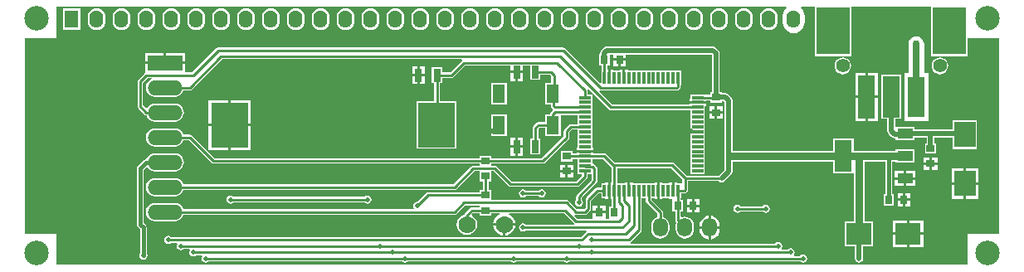
<source format=gtl>
G04*
G04 #@! TF.GenerationSoftware,Altium Limited,Altium Designer,20.0.2 (26)*
G04*
G04 Layer_Physical_Order=1*
G04 Layer_Color=255*
%FSLAX24Y24*%
%MOIN*%
G70*
G01*
G75*
%ADD15C,0.0100*%
%ADD16C,0.0300*%
%ADD42R,0.0310X0.0340*%
%ADD43R,0.1360X0.1900*%
%ADD44R,0.0650X0.1600*%
%ADD45R,0.0700X0.1650*%
%ADD46R,0.0700X0.1750*%
%ADD47O,0.1400X0.0600*%
%ADD48R,0.1400X0.0600*%
%ADD49R,0.1500X0.1800*%
%ADD50R,0.0472X0.0118*%
%ADD51R,0.0118X0.0472*%
%ADD52R,0.0709X0.1299*%
%ADD53R,0.0630X0.0394*%
%ADD54R,0.0310X0.0520*%
%ADD55R,0.0512X0.0748*%
%ADD56R,0.0340X0.0310*%
%ADD57R,0.1024X0.0866*%
%ADD58R,0.0866X0.1024*%
%ADD59C,0.0200*%
%ADD60C,0.0250*%
%ADD61C,0.0150*%
%ADD62O,0.0550X0.0700*%
%ADD63R,0.0550X0.0700*%
%ADD64C,0.0550*%
%ADD65C,0.0700*%
%ADD66O,0.0600X0.0750*%
%ADD67C,0.0984*%
%ADD68C,0.0200*%
%ADD69C,0.0300*%
G36*
X36515Y8515D02*
X37995D01*
Y9202D01*
X38000Y9250D01*
X39250D01*
Y1375D01*
X38000D01*
Y125D01*
X1375D01*
Y1375D01*
X125D01*
Y9250D01*
X1375D01*
Y10500D01*
X30697D01*
X30713Y10453D01*
X30691Y10435D01*
X30621Y10344D01*
X30577Y10239D01*
X30562Y10125D01*
Y9875D01*
X30577Y9762D01*
X30621Y9656D01*
X30691Y9565D01*
X30782Y9495D01*
X30887Y9451D01*
X31001Y9436D01*
X31115Y9451D01*
X31220Y9495D01*
X31311Y9565D01*
X31381Y9656D01*
X31425Y9762D01*
X31440Y9875D01*
Y10125D01*
X31425Y10239D01*
X31381Y10344D01*
X31311Y10435D01*
X31289Y10453D01*
X31305Y10500D01*
X31855D01*
Y8515D01*
X33335D01*
Y10500D01*
X36515D01*
Y8515D01*
D02*
G37*
%LPC*%
G36*
X2360Y10435D02*
X1640D01*
Y9565D01*
X2360D01*
Y10435D01*
D02*
G37*
G36*
X17001Y10438D02*
X16907Y10426D01*
X16819Y10390D01*
X16744Y10332D01*
X16687Y10257D01*
X16650Y10169D01*
X16638Y10075D01*
Y9925D01*
X16650Y9831D01*
X16687Y9744D01*
X16744Y9668D01*
X16819Y9611D01*
X16907Y9574D01*
X17001Y9562D01*
X17095Y9574D01*
X17183Y9611D01*
X17258Y9668D01*
X17316Y9744D01*
X17352Y9831D01*
X17364Y9925D01*
Y10075D01*
X17352Y10169D01*
X17316Y10257D01*
X17258Y10332D01*
X17183Y10390D01*
X17095Y10426D01*
X17001Y10438D01*
D02*
G37*
G36*
X30001Y10438D02*
X29907Y10426D01*
X29820Y10390D01*
X29744Y10332D01*
X29687Y10257D01*
X29650Y10169D01*
X29638Y10075D01*
Y9925D01*
X29650Y9831D01*
X29687Y9744D01*
X29744Y9668D01*
X29820Y9611D01*
X29907Y9574D01*
X30001Y9562D01*
X30095Y9574D01*
X30183Y9611D01*
X30258Y9668D01*
X30316Y9744D01*
X30352Y9831D01*
X30364Y9925D01*
Y10075D01*
X30352Y10169D01*
X30316Y10257D01*
X30258Y10332D01*
X30183Y10390D01*
X30095Y10426D01*
X30001Y10438D01*
D02*
G37*
G36*
X29001D02*
X28907Y10426D01*
X28819Y10390D01*
X28744Y10332D01*
X28687Y10257D01*
X28650Y10169D01*
X28638Y10075D01*
Y9925D01*
X28650Y9831D01*
X28687Y9744D01*
X28744Y9668D01*
X28819Y9611D01*
X28907Y9574D01*
X29001Y9562D01*
X29095Y9574D01*
X29183Y9611D01*
X29258Y9668D01*
X29316Y9744D01*
X29352Y9831D01*
X29364Y9925D01*
Y10075D01*
X29352Y10169D01*
X29316Y10257D01*
X29258Y10332D01*
X29183Y10390D01*
X29095Y10426D01*
X29001Y10438D01*
D02*
G37*
G36*
X28001D02*
X27907Y10426D01*
X27819Y10390D01*
X27744Y10332D01*
X27687Y10257D01*
X27650Y10169D01*
X27638Y10075D01*
Y9925D01*
X27650Y9831D01*
X27687Y9744D01*
X27744Y9668D01*
X27819Y9611D01*
X27907Y9574D01*
X28001Y9562D01*
X28095Y9574D01*
X28183Y9611D01*
X28258Y9668D01*
X28316Y9744D01*
X28352Y9831D01*
X28364Y9925D01*
Y10075D01*
X28352Y10169D01*
X28316Y10257D01*
X28258Y10332D01*
X28183Y10390D01*
X28095Y10426D01*
X28001Y10438D01*
D02*
G37*
G36*
X27001D02*
X26907Y10426D01*
X26820Y10390D01*
X26744Y10332D01*
X26687Y10257D01*
X26650Y10169D01*
X26638Y10075D01*
Y9925D01*
X26650Y9831D01*
X26687Y9744D01*
X26744Y9668D01*
X26820Y9611D01*
X26907Y9574D01*
X27001Y9562D01*
X27095Y9574D01*
X27183Y9611D01*
X27258Y9668D01*
X27316Y9744D01*
X27352Y9831D01*
X27364Y9925D01*
Y10075D01*
X27352Y10169D01*
X27316Y10257D01*
X27258Y10332D01*
X27183Y10390D01*
X27095Y10426D01*
X27001Y10438D01*
D02*
G37*
G36*
X26001D02*
X25907Y10426D01*
X25819Y10390D01*
X25744Y10332D01*
X25687Y10257D01*
X25650Y10169D01*
X25638Y10075D01*
Y9925D01*
X25650Y9831D01*
X25687Y9744D01*
X25744Y9668D01*
X25819Y9611D01*
X25907Y9574D01*
X26001Y9562D01*
X26095Y9574D01*
X26183Y9611D01*
X26258Y9668D01*
X26316Y9744D01*
X26352Y9831D01*
X26364Y9925D01*
Y10075D01*
X26352Y10169D01*
X26316Y10257D01*
X26258Y10332D01*
X26183Y10390D01*
X26095Y10426D01*
X26001Y10438D01*
D02*
G37*
G36*
X25001D02*
X24907Y10426D01*
X24820Y10390D01*
X24744Y10332D01*
X24687Y10257D01*
X24650Y10169D01*
X24638Y10075D01*
Y9925D01*
X24650Y9831D01*
X24687Y9744D01*
X24744Y9668D01*
X24820Y9611D01*
X24907Y9574D01*
X25001Y9562D01*
X25095Y9574D01*
X25183Y9611D01*
X25258Y9668D01*
X25316Y9744D01*
X25352Y9831D01*
X25364Y9925D01*
Y10075D01*
X25352Y10169D01*
X25316Y10257D01*
X25258Y10332D01*
X25183Y10390D01*
X25095Y10426D01*
X25001Y10438D01*
D02*
G37*
G36*
X24001D02*
X23907Y10426D01*
X23819Y10390D01*
X23744Y10332D01*
X23687Y10257D01*
X23650Y10169D01*
X23638Y10075D01*
Y9925D01*
X23650Y9831D01*
X23687Y9744D01*
X23744Y9668D01*
X23819Y9611D01*
X23907Y9574D01*
X24001Y9562D01*
X24095Y9574D01*
X24183Y9611D01*
X24258Y9668D01*
X24316Y9744D01*
X24352Y9831D01*
X24364Y9925D01*
Y10075D01*
X24352Y10169D01*
X24316Y10257D01*
X24258Y10332D01*
X24183Y10390D01*
X24095Y10426D01*
X24001Y10438D01*
D02*
G37*
G36*
X23001D02*
X22907Y10426D01*
X22819Y10390D01*
X22744Y10332D01*
X22687Y10257D01*
X22650Y10169D01*
X22638Y10075D01*
Y9925D01*
X22650Y9831D01*
X22687Y9744D01*
X22744Y9668D01*
X22819Y9611D01*
X22907Y9574D01*
X23001Y9562D01*
X23095Y9574D01*
X23183Y9611D01*
X23258Y9668D01*
X23316Y9744D01*
X23352Y9831D01*
X23364Y9925D01*
Y10075D01*
X23352Y10169D01*
X23316Y10257D01*
X23258Y10332D01*
X23183Y10390D01*
X23095Y10426D01*
X23001Y10438D01*
D02*
G37*
G36*
X22001D02*
X21907Y10426D01*
X21820Y10390D01*
X21744Y10332D01*
X21687Y10257D01*
X21650Y10169D01*
X21638Y10075D01*
Y9925D01*
X21650Y9831D01*
X21687Y9744D01*
X21744Y9668D01*
X21820Y9611D01*
X21907Y9574D01*
X22001Y9562D01*
X22095Y9574D01*
X22183Y9611D01*
X22258Y9668D01*
X22316Y9744D01*
X22352Y9831D01*
X22364Y9925D01*
Y10075D01*
X22352Y10169D01*
X22316Y10257D01*
X22258Y10332D01*
X22183Y10390D01*
X22095Y10426D01*
X22001Y10438D01*
D02*
G37*
G36*
X21001D02*
X20907Y10426D01*
X20819Y10390D01*
X20744Y10332D01*
X20687Y10257D01*
X20650Y10169D01*
X20638Y10075D01*
Y9925D01*
X20650Y9831D01*
X20687Y9744D01*
X20744Y9668D01*
X20819Y9611D01*
X20907Y9574D01*
X21001Y9562D01*
X21095Y9574D01*
X21183Y9611D01*
X21258Y9668D01*
X21316Y9744D01*
X21352Y9831D01*
X21364Y9925D01*
Y10075D01*
X21352Y10169D01*
X21316Y10257D01*
X21258Y10332D01*
X21183Y10390D01*
X21095Y10426D01*
X21001Y10438D01*
D02*
G37*
G36*
X20001D02*
X19907Y10426D01*
X19820Y10390D01*
X19744Y10332D01*
X19687Y10257D01*
X19650Y10169D01*
X19638Y10075D01*
Y9925D01*
X19650Y9831D01*
X19687Y9744D01*
X19744Y9668D01*
X19820Y9611D01*
X19907Y9574D01*
X20001Y9562D01*
X20095Y9574D01*
X20183Y9611D01*
X20258Y9668D01*
X20316Y9744D01*
X20352Y9831D01*
X20364Y9925D01*
Y10075D01*
X20352Y10169D01*
X20316Y10257D01*
X20258Y10332D01*
X20183Y10390D01*
X20095Y10426D01*
X20001Y10438D01*
D02*
G37*
G36*
X19001D02*
X18907Y10426D01*
X18820Y10390D01*
X18744Y10332D01*
X18687Y10257D01*
X18650Y10169D01*
X18638Y10075D01*
Y9925D01*
X18650Y9831D01*
X18687Y9744D01*
X18744Y9668D01*
X18820Y9611D01*
X18907Y9574D01*
X19001Y9562D01*
X19095Y9574D01*
X19183Y9611D01*
X19258Y9668D01*
X19316Y9744D01*
X19352Y9831D01*
X19364Y9925D01*
Y10075D01*
X19352Y10169D01*
X19316Y10257D01*
X19258Y10332D01*
X19183Y10390D01*
X19095Y10426D01*
X19001Y10438D01*
D02*
G37*
G36*
X18001D02*
X17907Y10426D01*
X17819Y10390D01*
X17744Y10332D01*
X17687Y10257D01*
X17650Y10169D01*
X17638Y10075D01*
Y9925D01*
X17650Y9831D01*
X17687Y9744D01*
X17744Y9668D01*
X17819Y9611D01*
X17907Y9574D01*
X18001Y9562D01*
X18095Y9574D01*
X18183Y9611D01*
X18258Y9668D01*
X18316Y9744D01*
X18352Y9831D01*
X18364Y9925D01*
Y10075D01*
X18352Y10169D01*
X18316Y10257D01*
X18258Y10332D01*
X18183Y10390D01*
X18095Y10426D01*
X18001Y10438D01*
D02*
G37*
G36*
X16000Y10438D02*
X15906Y10426D01*
X15818Y10389D01*
X15743Y10332D01*
X15686Y10257D01*
X15649Y10169D01*
X15637Y10075D01*
Y9925D01*
X15649Y9831D01*
X15686Y9743D01*
X15743Y9668D01*
X15818Y9611D01*
X15906Y9574D01*
X16000Y9562D01*
X16094Y9574D01*
X16182Y9611D01*
X16257Y9668D01*
X16314Y9743D01*
X16351Y9831D01*
X16363Y9925D01*
Y10075D01*
X16351Y10169D01*
X16314Y10257D01*
X16257Y10332D01*
X16182Y10389D01*
X16094Y10426D01*
X16000Y10438D01*
D02*
G37*
G36*
X15000D02*
X14906Y10426D01*
X14818Y10389D01*
X14743Y10332D01*
X14686Y10257D01*
X14649Y10169D01*
X14637Y10075D01*
Y9925D01*
X14649Y9831D01*
X14686Y9743D01*
X14743Y9668D01*
X14818Y9611D01*
X14906Y9574D01*
X15000Y9562D01*
X15094Y9574D01*
X15182Y9611D01*
X15257Y9668D01*
X15314Y9743D01*
X15351Y9831D01*
X15363Y9925D01*
Y10075D01*
X15351Y10169D01*
X15314Y10257D01*
X15257Y10332D01*
X15182Y10389D01*
X15094Y10426D01*
X15000Y10438D01*
D02*
G37*
G36*
X14000D02*
X13906Y10426D01*
X13818Y10389D01*
X13743Y10332D01*
X13686Y10257D01*
X13649Y10169D01*
X13637Y10075D01*
Y9925D01*
X13649Y9831D01*
X13686Y9743D01*
X13743Y9668D01*
X13818Y9611D01*
X13906Y9574D01*
X14000Y9562D01*
X14094Y9574D01*
X14182Y9611D01*
X14257Y9668D01*
X14314Y9743D01*
X14351Y9831D01*
X14363Y9925D01*
Y10075D01*
X14351Y10169D01*
X14314Y10257D01*
X14257Y10332D01*
X14182Y10389D01*
X14094Y10426D01*
X14000Y10438D01*
D02*
G37*
G36*
X13000D02*
X12906Y10426D01*
X12818Y10389D01*
X12743Y10332D01*
X12686Y10257D01*
X12649Y10169D01*
X12637Y10075D01*
Y9925D01*
X12649Y9831D01*
X12686Y9743D01*
X12743Y9668D01*
X12818Y9611D01*
X12906Y9574D01*
X13000Y9562D01*
X13094Y9574D01*
X13182Y9611D01*
X13257Y9668D01*
X13314Y9743D01*
X13351Y9831D01*
X13363Y9925D01*
Y10075D01*
X13351Y10169D01*
X13314Y10257D01*
X13257Y10332D01*
X13182Y10389D01*
X13094Y10426D01*
X13000Y10438D01*
D02*
G37*
G36*
X12000D02*
X11906Y10426D01*
X11818Y10389D01*
X11743Y10332D01*
X11686Y10257D01*
X11649Y10169D01*
X11637Y10075D01*
Y9925D01*
X11649Y9831D01*
X11686Y9743D01*
X11743Y9668D01*
X11818Y9611D01*
X11906Y9574D01*
X12000Y9562D01*
X12094Y9574D01*
X12182Y9611D01*
X12257Y9668D01*
X12314Y9743D01*
X12351Y9831D01*
X12363Y9925D01*
Y10075D01*
X12351Y10169D01*
X12314Y10257D01*
X12257Y10332D01*
X12182Y10389D01*
X12094Y10426D01*
X12000Y10438D01*
D02*
G37*
G36*
X11000D02*
X10906Y10426D01*
X10818Y10389D01*
X10743Y10332D01*
X10686Y10257D01*
X10649Y10169D01*
X10637Y10075D01*
Y9925D01*
X10649Y9831D01*
X10686Y9743D01*
X10743Y9668D01*
X10818Y9611D01*
X10906Y9574D01*
X11000Y9562D01*
X11094Y9574D01*
X11182Y9611D01*
X11257Y9668D01*
X11314Y9743D01*
X11351Y9831D01*
X11363Y9925D01*
Y10075D01*
X11351Y10169D01*
X11314Y10257D01*
X11257Y10332D01*
X11182Y10389D01*
X11094Y10426D01*
X11000Y10438D01*
D02*
G37*
G36*
X10000D02*
X9906Y10426D01*
X9818Y10389D01*
X9743Y10332D01*
X9686Y10257D01*
X9649Y10169D01*
X9637Y10075D01*
Y9925D01*
X9649Y9831D01*
X9686Y9743D01*
X9743Y9668D01*
X9818Y9611D01*
X9906Y9574D01*
X10000Y9562D01*
X10094Y9574D01*
X10182Y9611D01*
X10257Y9668D01*
X10314Y9743D01*
X10351Y9831D01*
X10363Y9925D01*
Y10075D01*
X10351Y10169D01*
X10314Y10257D01*
X10257Y10332D01*
X10182Y10389D01*
X10094Y10426D01*
X10000Y10438D01*
D02*
G37*
G36*
X9000D02*
X8906Y10426D01*
X8818Y10389D01*
X8743Y10332D01*
X8686Y10257D01*
X8649Y10169D01*
X8637Y10075D01*
Y9925D01*
X8649Y9831D01*
X8686Y9743D01*
X8743Y9668D01*
X8818Y9611D01*
X8906Y9574D01*
X9000Y9562D01*
X9094Y9574D01*
X9182Y9611D01*
X9257Y9668D01*
X9314Y9743D01*
X9351Y9831D01*
X9363Y9925D01*
Y10075D01*
X9351Y10169D01*
X9314Y10257D01*
X9257Y10332D01*
X9182Y10389D01*
X9094Y10426D01*
X9000Y10438D01*
D02*
G37*
G36*
X8000D02*
X7906Y10426D01*
X7818Y10389D01*
X7743Y10332D01*
X7686Y10257D01*
X7649Y10169D01*
X7637Y10075D01*
Y9925D01*
X7649Y9831D01*
X7686Y9743D01*
X7743Y9668D01*
X7818Y9611D01*
X7906Y9574D01*
X8000Y9562D01*
X8094Y9574D01*
X8182Y9611D01*
X8257Y9668D01*
X8314Y9743D01*
X8351Y9831D01*
X8363Y9925D01*
Y10075D01*
X8351Y10169D01*
X8314Y10257D01*
X8257Y10332D01*
X8182Y10389D01*
X8094Y10426D01*
X8000Y10438D01*
D02*
G37*
G36*
X7000D02*
X6906Y10426D01*
X6818Y10389D01*
X6743Y10332D01*
X6686Y10257D01*
X6649Y10169D01*
X6637Y10075D01*
Y9925D01*
X6649Y9831D01*
X6686Y9743D01*
X6743Y9668D01*
X6818Y9611D01*
X6906Y9574D01*
X7000Y9562D01*
X7094Y9574D01*
X7182Y9611D01*
X7257Y9668D01*
X7314Y9743D01*
X7351Y9831D01*
X7363Y9925D01*
Y10075D01*
X7351Y10169D01*
X7314Y10257D01*
X7257Y10332D01*
X7182Y10389D01*
X7094Y10426D01*
X7000Y10438D01*
D02*
G37*
G36*
X6000D02*
X5906Y10426D01*
X5818Y10389D01*
X5743Y10332D01*
X5686Y10257D01*
X5649Y10169D01*
X5637Y10075D01*
Y9925D01*
X5649Y9831D01*
X5686Y9743D01*
X5743Y9668D01*
X5818Y9611D01*
X5906Y9574D01*
X6000Y9562D01*
X6094Y9574D01*
X6182Y9611D01*
X6257Y9668D01*
X6314Y9743D01*
X6351Y9831D01*
X6363Y9925D01*
Y10075D01*
X6351Y10169D01*
X6314Y10257D01*
X6257Y10332D01*
X6182Y10389D01*
X6094Y10426D01*
X6000Y10438D01*
D02*
G37*
G36*
X5000D02*
X4906Y10426D01*
X4818Y10389D01*
X4743Y10332D01*
X4686Y10257D01*
X4649Y10169D01*
X4637Y10075D01*
Y9925D01*
X4649Y9831D01*
X4686Y9743D01*
X4743Y9668D01*
X4818Y9611D01*
X4906Y9574D01*
X5000Y9562D01*
X5094Y9574D01*
X5182Y9611D01*
X5257Y9668D01*
X5314Y9743D01*
X5351Y9831D01*
X5363Y9925D01*
Y10075D01*
X5351Y10169D01*
X5314Y10257D01*
X5257Y10332D01*
X5182Y10389D01*
X5094Y10426D01*
X5000Y10438D01*
D02*
G37*
G36*
X4000D02*
X3906Y10426D01*
X3818Y10389D01*
X3743Y10332D01*
X3686Y10257D01*
X3649Y10169D01*
X3637Y10075D01*
Y9925D01*
X3649Y9831D01*
X3686Y9743D01*
X3743Y9668D01*
X3818Y9611D01*
X3906Y9574D01*
X4000Y9562D01*
X4094Y9574D01*
X4182Y9611D01*
X4257Y9668D01*
X4314Y9743D01*
X4351Y9831D01*
X4363Y9925D01*
Y10075D01*
X4351Y10169D01*
X4314Y10257D01*
X4257Y10332D01*
X4182Y10389D01*
X4094Y10426D01*
X4000Y10438D01*
D02*
G37*
G36*
X3000D02*
X2906Y10426D01*
X2818Y10389D01*
X2743Y10332D01*
X2686Y10257D01*
X2649Y10169D01*
X2637Y10075D01*
Y9925D01*
X2649Y9831D01*
X2686Y9743D01*
X2743Y9668D01*
X2818Y9611D01*
X2906Y9574D01*
X3000Y9562D01*
X3094Y9574D01*
X3182Y9611D01*
X3257Y9668D01*
X3314Y9743D01*
X3351Y9831D01*
X3363Y9925D01*
Y10075D01*
X3351Y10169D01*
X3314Y10257D01*
X3257Y10332D01*
X3182Y10389D01*
X3094Y10426D01*
X3000Y10438D01*
D02*
G37*
G36*
X6550Y8650D02*
X5800D01*
Y8300D01*
X6550D01*
Y8650D01*
D02*
G37*
G36*
X5700D02*
X4950D01*
Y8300D01*
X5700D01*
Y8650D01*
D02*
G37*
G36*
X16185Y8110D02*
X15980D01*
Y7800D01*
X16185D01*
Y8110D01*
D02*
G37*
G36*
X15880D02*
X15675D01*
Y7800D01*
X15880D01*
Y8110D01*
D02*
G37*
G36*
X36875Y8463D02*
X36788Y8451D01*
X36706Y8418D01*
X36636Y8364D01*
X36582Y8294D01*
X36549Y8212D01*
X36537Y8125D01*
X36549Y8038D01*
X36582Y7956D01*
X36636Y7886D01*
X36706Y7832D01*
X36788Y7799D01*
X36875Y7787D01*
X36962Y7799D01*
X37044Y7832D01*
X37114Y7886D01*
X37168Y7956D01*
X37201Y8038D01*
X37213Y8125D01*
X37201Y8212D01*
X37168Y8294D01*
X37114Y8364D01*
X37044Y8418D01*
X36962Y8451D01*
X36875Y8463D01*
D02*
G37*
G36*
X32975D02*
X32888Y8451D01*
X32806Y8418D01*
X32736Y8364D01*
X32682Y8294D01*
X32649Y8212D01*
X32637Y8125D01*
X32649Y8038D01*
X32682Y7956D01*
X32736Y7886D01*
X32806Y7832D01*
X32888Y7799D01*
X32975Y7787D01*
X33062Y7799D01*
X33144Y7832D01*
X33214Y7886D01*
X33268Y7956D01*
X33301Y8038D01*
X33313Y8125D01*
X33301Y8212D01*
X33268Y8294D01*
X33214Y8364D01*
X33144Y8418D01*
X33062Y8451D01*
X32975Y8463D01*
D02*
G37*
G36*
X20135Y7825D02*
X19930D01*
Y7515D01*
X20135D01*
Y7825D01*
D02*
G37*
G36*
X19830D02*
X19625D01*
Y7515D01*
X19830D01*
Y7825D01*
D02*
G37*
G36*
X27750Y8913D02*
X23500D01*
X23438Y8901D01*
X23385Y8865D01*
X23280Y8760D01*
X23244Y8707D01*
X23232Y8645D01*
Y8605D01*
X23180D01*
Y8145D01*
X23286D01*
Y7935D01*
X23280D01*
Y7444D01*
X23233Y7425D01*
X21829Y8829D01*
X21793Y8854D01*
X21750Y8862D01*
X21750Y8862D01*
X7875Y8862D01*
X7875Y8862D01*
X7832Y8854D01*
X7796Y8829D01*
X7796Y8829D01*
X6829Y7862D01*
X6550D01*
Y8200D01*
X5750D01*
X4950D01*
Y7850D01*
X4921Y7829D01*
X4921Y7829D01*
X4912Y7821D01*
X4671Y7579D01*
X4646Y7543D01*
X4638Y7500D01*
X4638Y7500D01*
Y6500D01*
X4638Y6500D01*
X4646Y6457D01*
X4671Y6421D01*
X4921Y6171D01*
X4921Y6171D01*
X4957Y6146D01*
X5000Y6138D01*
X5007D01*
X5036Y6068D01*
X5093Y5993D01*
X5168Y5936D01*
X5256Y5899D01*
X5350Y5887D01*
X6150D01*
X6244Y5899D01*
X6332Y5936D01*
X6407Y5993D01*
X6464Y6068D01*
X6501Y6156D01*
X6513Y6250D01*
X6501Y6344D01*
X6464Y6432D01*
X6407Y6507D01*
X6332Y6564D01*
X6244Y6601D01*
X6150Y6613D01*
X5350D01*
X5256Y6601D01*
X5168Y6564D01*
X5093Y6507D01*
X5041Y6438D01*
X5007Y6426D01*
X4987Y6422D01*
X4862Y6546D01*
Y7454D01*
X5046Y7638D01*
X5215D01*
X5225Y7588D01*
X5168Y7564D01*
X5093Y7507D01*
X5036Y7432D01*
X4999Y7344D01*
X4987Y7250D01*
X4999Y7156D01*
X5036Y7068D01*
X5093Y6993D01*
X5168Y6936D01*
X5256Y6899D01*
X5350Y6887D01*
X6150D01*
X6244Y6899D01*
X6332Y6936D01*
X6407Y6993D01*
X6464Y7068D01*
X6493Y7138D01*
X6750D01*
X6750Y7138D01*
X6793Y7146D01*
X6829Y7171D01*
X8046Y8388D01*
X17668Y8388D01*
X17683Y8338D01*
X17671Y8329D01*
X17671Y8329D01*
X17204Y7862D01*
X16885D01*
Y8070D01*
X16455D01*
Y7430D01*
X16558D01*
Y6710D01*
X15840D01*
Y4790D01*
X17460D01*
Y6710D01*
X16782D01*
Y7430D01*
X16885D01*
Y7638D01*
X17250D01*
X17250Y7638D01*
X17293Y7646D01*
X17329Y7671D01*
X17796Y8138D01*
X19625D01*
Y7925D01*
X19880D01*
X20135D01*
Y8138D01*
X20405D01*
Y7555D01*
X20835D01*
Y7763D01*
X21204D01*
X21263Y7704D01*
Y7439D01*
X21017D01*
Y6571D01*
X21247D01*
Y6516D01*
X21247Y6516D01*
X21255Y6473D01*
X21279Y6437D01*
X21325Y6392D01*
X21330Y6373D01*
X21330Y6346D01*
X21325Y6327D01*
X21253Y6255D01*
X21229Y6219D01*
X21221Y6179D01*
X21017D01*
Y5857D01*
X20745D01*
X20702Y5849D01*
X20666Y5824D01*
X20666Y5824D01*
X20546Y5704D01*
X20521Y5668D01*
X20513Y5625D01*
X20513Y5625D01*
Y5195D01*
X20405D01*
Y4555D01*
X20835D01*
Y5195D01*
X20737D01*
Y5579D01*
X20792Y5633D01*
X21017D01*
Y5311D01*
X21649D01*
Y6149D01*
X22315D01*
Y5782D01*
X22045D01*
X22002Y5774D01*
X21966Y5750D01*
X21966Y5750D01*
X21796Y5579D01*
X21771Y5543D01*
X21763Y5500D01*
X21763Y5500D01*
Y5296D01*
X20884Y4417D01*
X18855D01*
Y4520D01*
X18395D01*
Y4417D01*
X7741D01*
X6829Y5329D01*
X6793Y5354D01*
X6750Y5362D01*
X6750Y5362D01*
X6493D01*
X6464Y5432D01*
X6407Y5507D01*
X6332Y5564D01*
X6244Y5601D01*
X6150Y5613D01*
X5350D01*
X5256Y5601D01*
X5168Y5564D01*
X5093Y5507D01*
X5036Y5432D01*
X4999Y5344D01*
X4987Y5250D01*
X4999Y5156D01*
X5036Y5068D01*
X5093Y4993D01*
X5168Y4936D01*
X5256Y4899D01*
X5350Y4887D01*
X6150D01*
X6244Y4899D01*
X6332Y4936D01*
X6407Y4993D01*
X6464Y5068D01*
X6493Y5138D01*
X6704D01*
X7616Y4226D01*
X7616Y4226D01*
X7652Y4201D01*
X7695Y4193D01*
X7695Y4193D01*
X18395D01*
Y4112D01*
X18125D01*
X18082Y4104D01*
X18046Y4079D01*
X18046Y4079D01*
X17329Y3362D01*
X6493D01*
X6464Y3432D01*
X6407Y3507D01*
X6332Y3564D01*
X6244Y3601D01*
X6150Y3613D01*
X5350D01*
X5256Y3601D01*
X5168Y3564D01*
X5093Y3507D01*
X5036Y3432D01*
X4999Y3344D01*
X4987Y3250D01*
X4999Y3156D01*
X5036Y3068D01*
X5093Y2993D01*
X5168Y2936D01*
X5256Y2899D01*
X5350Y2887D01*
X6150D01*
X6244Y2899D01*
X6332Y2936D01*
X6407Y2993D01*
X6464Y3068D01*
X6493Y3138D01*
X17375D01*
X17375Y3138D01*
X17418Y3146D01*
X17454Y3171D01*
X18171Y3888D01*
X18395D01*
Y3480D01*
X18513D01*
Y3145D01*
X18395D01*
Y3042D01*
X16305D01*
X16305Y3042D01*
X16262Y3034D01*
X16226Y3009D01*
X16226Y3009D01*
X15879Y2662D01*
X15875Y2663D01*
X15813Y2651D01*
X15760Y2615D01*
X15724Y2562D01*
X15712Y2500D01*
X15724Y2438D01*
X15741Y2412D01*
X15715Y2362D01*
X6493D01*
X6464Y2432D01*
X6407Y2507D01*
X6332Y2564D01*
X6244Y2601D01*
X6150Y2613D01*
X5350D01*
X5256Y2601D01*
X5168Y2564D01*
X5093Y2507D01*
X5036Y2432D01*
X4999Y2344D01*
X4987Y2250D01*
X4999Y2156D01*
X5036Y2068D01*
X5093Y1993D01*
X5168Y1936D01*
X5256Y1899D01*
X5350Y1887D01*
X6150D01*
X6244Y1899D01*
X6332Y1936D01*
X6407Y1993D01*
X6464Y2068D01*
X6493Y2138D01*
X17375D01*
X17375Y2138D01*
X17418Y2146D01*
X17454Y2171D01*
X17796Y2513D01*
X18395D01*
Y2432D01*
X18070D01*
X18070Y2432D01*
X18027Y2424D01*
X17991Y2399D01*
X17991Y2399D01*
X17796Y2204D01*
X17771Y2168D01*
X17768Y2149D01*
X17668Y2108D01*
X17583Y2042D01*
X17517Y1957D01*
X17476Y1857D01*
X17461Y1750D01*
X17476Y1643D01*
X17517Y1543D01*
X17583Y1458D01*
X17668Y1392D01*
X17768Y1351D01*
X17875Y1336D01*
X17982Y1351D01*
X18082Y1392D01*
X18167Y1458D01*
X18233Y1543D01*
X18274Y1643D01*
X18289Y1750D01*
X18274Y1857D01*
X18233Y1957D01*
X18167Y2042D01*
X18085Y2106D01*
X18076Y2117D01*
X18068Y2159D01*
X18116Y2208D01*
X18395D01*
Y2105D01*
X18855D01*
Y2208D01*
X19174D01*
X19184Y2158D01*
X19148Y2143D01*
X19054Y2071D01*
X18982Y1977D01*
X18937Y1867D01*
X18928Y1800D01*
X19822D01*
X19813Y1867D01*
X19768Y1977D01*
X19696Y2071D01*
X19602Y2143D01*
X19566Y2158D01*
X19576Y2208D01*
X21759D01*
X22171Y1796D01*
X22183Y1787D01*
X22168Y1737D01*
X20242D01*
X20240Y1740D01*
X20187Y1776D01*
X20125Y1788D01*
X20063Y1776D01*
X20010Y1740D01*
X19974Y1687D01*
X19962Y1625D01*
X19974Y1563D01*
X20010Y1510D01*
X20063Y1474D01*
X20125Y1462D01*
X20187Y1474D01*
X20240Y1510D01*
X20242Y1513D01*
X22668D01*
X22683Y1463D01*
X22671Y1454D01*
X22671Y1454D01*
X22454Y1237D01*
X5992Y1237D01*
X5990Y1240D01*
X5937Y1276D01*
X5875Y1288D01*
X5813Y1276D01*
X5760Y1240D01*
X5724Y1187D01*
X5712Y1125D01*
X5724Y1063D01*
X5760Y1010D01*
X5813Y974D01*
X5875Y962D01*
X5937Y974D01*
X5990Y1010D01*
X5992Y1013D01*
X6215D01*
X6241Y963D01*
X6224Y937D01*
X6212Y875D01*
X6224Y813D01*
X6260Y760D01*
X6313Y724D01*
X6375Y712D01*
X6437Y724D01*
X6490Y760D01*
X6492Y763D01*
X6715D01*
X6741Y713D01*
X6724Y687D01*
X6712Y625D01*
X6724Y563D01*
X6760Y510D01*
X6813Y474D01*
X6875Y462D01*
X6937Y474D01*
X6990Y510D01*
X6992Y513D01*
X7215D01*
X7241Y463D01*
X7224Y437D01*
X7212Y375D01*
X7224Y313D01*
X7260Y260D01*
X7313Y224D01*
X7375Y212D01*
X7437Y224D01*
X7490Y260D01*
X7492Y263D01*
X15258D01*
X15260Y260D01*
X15313Y224D01*
X15375Y212D01*
X15437Y224D01*
X15490Y260D01*
X15492Y263D01*
X19633D01*
X19635Y260D01*
X19688Y224D01*
X19750Y212D01*
X19812Y224D01*
X19865Y260D01*
X19867Y263D01*
X21758D01*
X21760Y260D01*
X21813Y224D01*
X21875Y212D01*
X21937Y224D01*
X21990Y260D01*
X21992Y263D01*
X31258D01*
X31260Y260D01*
X31313Y224D01*
X31375Y212D01*
X31437Y224D01*
X31490Y260D01*
X31526Y313D01*
X31538Y375D01*
X31526Y437D01*
X31490Y490D01*
X31437Y526D01*
X31375Y538D01*
X31313Y526D01*
X31260Y490D01*
X31258Y487D01*
X31035D01*
X31009Y537D01*
X31026Y563D01*
X31038Y625D01*
X31026Y687D01*
X30990Y740D01*
X30937Y776D01*
X30875Y788D01*
X30813Y776D01*
X30760Y740D01*
X30758Y737D01*
X30535D01*
X30509Y787D01*
X30526Y813D01*
X30538Y875D01*
X30526Y937D01*
X30490Y990D01*
X30437Y1026D01*
X30375Y1038D01*
X30313Y1026D01*
X30260Y990D01*
X30258Y987D01*
X24457D01*
X24442Y1037D01*
X24454Y1046D01*
X24856Y1447D01*
X24856Y1447D01*
X24880Y1484D01*
X24889Y1527D01*
Y2815D01*
X25058D01*
Y2705D01*
X25058Y2705D01*
X25067Y2662D01*
X25091Y2625D01*
X25529Y2188D01*
Y2043D01*
X25459Y2014D01*
X25384Y1957D01*
X25326Y1882D01*
X25290Y1794D01*
X25278Y1700D01*
Y1550D01*
X25290Y1456D01*
X25326Y1368D01*
X25384Y1293D01*
X25459Y1236D01*
X25547Y1199D01*
X25641Y1187D01*
X25735Y1199D01*
X25822Y1236D01*
X25898Y1293D01*
X25955Y1368D01*
X25991Y1456D01*
X26004Y1550D01*
Y1700D01*
X25991Y1794D01*
X25955Y1882D01*
X25898Y1957D01*
X25822Y2014D01*
X25753Y2043D01*
Y2234D01*
X25744Y2277D01*
X25720Y2314D01*
X25720Y2314D01*
X25282Y2751D01*
Y2815D01*
X25405D01*
Y2775D01*
X25514D01*
Y3111D01*
Y3447D01*
X25405D01*
Y3407D01*
X24542D01*
Y3447D01*
X24433D01*
Y3111D01*
X24333D01*
Y3447D01*
X24224D01*
Y3407D01*
X23904D01*
Y4013D01*
X26079D01*
X26535Y3557D01*
Y3223D01*
X26470D01*
Y3407D01*
X26314D01*
Y3447D01*
X26205D01*
Y3111D01*
X26105D01*
Y3447D01*
X25995D01*
Y3407D01*
X25723D01*
Y3447D01*
X25614D01*
Y3111D01*
Y2775D01*
X25723D01*
Y2815D01*
X25995D01*
Y2775D01*
X26124D01*
X26136Y2730D01*
X26136D01*
Y2270D01*
X26239D01*
Y1899D01*
X26239Y1899D01*
X26248Y1856D01*
X26272Y1819D01*
X26281Y1810D01*
X26274Y1794D01*
X26262Y1700D01*
Y1550D01*
X26274Y1456D01*
X26311Y1368D01*
X26368Y1293D01*
X26443Y1236D01*
X26531Y1199D01*
X26625Y1187D01*
X26719Y1199D01*
X26807Y1236D01*
X26882Y1293D01*
X26939Y1368D01*
X26976Y1456D01*
X26988Y1550D01*
Y1700D01*
X26976Y1794D01*
X26939Y1882D01*
X26882Y1957D01*
X26807Y2014D01*
X26719Y2051D01*
X26625Y2063D01*
X26531Y2051D01*
X26505Y2040D01*
X26464Y2068D01*
Y2270D01*
X26566D01*
Y2730D01*
X26464D01*
Y2815D01*
X26470D01*
Y2999D01*
X26611D01*
X26611Y2999D01*
X26654Y3008D01*
X26691Y3032D01*
X26726Y3067D01*
X26726Y3067D01*
X26750Y3104D01*
X26759Y3147D01*
X26759Y3147D01*
Y3491D01*
X27986D01*
X27988Y3488D01*
X28041Y3453D01*
X28103Y3440D01*
X28166Y3453D01*
X28219Y3488D01*
X28490Y3760D01*
X28526Y3813D01*
X28538Y3875D01*
Y4286D01*
X32576D01*
Y3790D01*
X33404D01*
X33411Y3743D01*
Y1868D01*
X33053D01*
Y882D01*
X33462D01*
Y375D01*
X33474Y313D01*
X33510Y260D01*
X33563Y224D01*
X33625Y212D01*
X33687Y224D01*
X33740Y260D01*
X33776Y313D01*
X33788Y375D01*
Y882D01*
X34197D01*
Y1868D01*
X33839D01*
Y4286D01*
X34682D01*
Y2980D01*
X34605D01*
Y2520D01*
X35035D01*
Y2980D01*
X34958D01*
Y4286D01*
X35096D01*
Y4243D01*
X35845D01*
Y4757D01*
X35096D01*
Y4714D01*
X33404D01*
Y5210D01*
X32576D01*
Y4714D01*
X28538D01*
Y6750D01*
X28538Y6750D01*
X28526Y6812D01*
X28490Y6865D01*
X28375Y6980D01*
X28322Y7016D01*
X28260Y7028D01*
X28105D01*
Y7070D01*
X28035D01*
Y8629D01*
X28022Y8691D01*
X27987Y8744D01*
X27865Y8865D01*
X27812Y8901D01*
X27750Y8913D01*
D02*
G37*
G36*
X16185Y7700D02*
X15980D01*
Y7390D01*
X16185D01*
Y7700D01*
D02*
G37*
G36*
X15880D02*
X15675D01*
Y7390D01*
X15880D01*
Y7700D01*
D02*
G37*
G36*
X34375Y7850D02*
X33975D01*
Y6925D01*
X34375D01*
Y7850D01*
D02*
G37*
G36*
X33875D02*
X33475D01*
Y6925D01*
X33875D01*
Y7850D01*
D02*
G37*
G36*
X19483Y7439D02*
X18851D01*
Y6571D01*
X19483D01*
Y7439D01*
D02*
G37*
G36*
X35925Y9313D02*
X35844Y9302D01*
X35769Y9271D01*
X35704Y9221D01*
X35654Y9156D01*
X35623Y9081D01*
X35612Y9000D01*
Y8500D01*
Y7835D01*
X35440D01*
Y5915D01*
X36410D01*
Y7835D01*
X36238D01*
Y8500D01*
Y9000D01*
X36227Y9081D01*
X36196Y9156D01*
X36146Y9221D01*
X36081Y9271D01*
X36006Y9302D01*
X35925Y9313D01*
D02*
G37*
G36*
X34375Y6825D02*
X33975D01*
Y5900D01*
X34375D01*
Y6825D01*
D02*
G37*
G36*
X33875D02*
X33475D01*
Y5900D01*
X33875D01*
Y6825D01*
D02*
G37*
G36*
X9200Y6750D02*
X8400D01*
Y5800D01*
X9200D01*
Y6750D01*
D02*
G37*
G36*
X8300D02*
X7500D01*
Y5800D01*
X8300D01*
Y6750D01*
D02*
G37*
G36*
X19483Y6179D02*
X18851D01*
Y5311D01*
X19483D01*
Y6179D01*
D02*
G37*
G36*
X20135Y5235D02*
X19930D01*
Y4925D01*
X20135D01*
Y5235D01*
D02*
G37*
G36*
X19830D02*
X19625D01*
Y4925D01*
X19830D01*
Y5235D01*
D02*
G37*
G36*
X35335Y7760D02*
X34515D01*
Y5990D01*
X34762D01*
Y5492D01*
X34774Y5430D01*
X34810Y5377D01*
X34927Y5260D01*
X34980Y5224D01*
X35042Y5212D01*
X35096D01*
Y5149D01*
X35845D01*
Y5242D01*
X36337D01*
Y5020D01*
X36270D01*
Y4590D01*
X36730D01*
Y5020D01*
X36663D01*
Y5242D01*
X37382D01*
Y4787D01*
X38368D01*
Y5931D01*
X37382D01*
Y5569D01*
X35845D01*
Y5662D01*
X35096D01*
X35088Y5709D01*
Y5990D01*
X35335D01*
Y7760D01*
D02*
G37*
G36*
X9200Y5700D02*
X8400D01*
Y4750D01*
X9200D01*
Y5700D01*
D02*
G37*
G36*
X8300D02*
X7500D01*
Y4750D01*
X8300D01*
Y5700D01*
D02*
G37*
G36*
X20135Y4825D02*
X19930D01*
Y4515D01*
X20135D01*
Y4825D01*
D02*
G37*
G36*
X19830D02*
X19625D01*
Y4515D01*
X19830D01*
Y4825D01*
D02*
G37*
G36*
X36770Y4450D02*
X36550D01*
Y4245D01*
X36770D01*
Y4450D01*
D02*
G37*
G36*
X36450D02*
X36230D01*
Y4245D01*
X36450D01*
Y4450D01*
D02*
G37*
G36*
X36770Y4145D02*
X36550D01*
Y3940D01*
X36770D01*
Y4145D01*
D02*
G37*
G36*
X36450D02*
X36230D01*
Y3940D01*
X36450D01*
Y4145D01*
D02*
G37*
G36*
X6150Y4613D02*
X5350D01*
X5256Y4601D01*
X5168Y4564D01*
X5093Y4507D01*
X5036Y4432D01*
X5017Y4388D01*
X5000D01*
X4947Y4377D01*
X4903Y4347D01*
X4903Y4347D01*
X4653Y4097D01*
X4623Y4053D01*
X4612Y4000D01*
Y1750D01*
X4623Y1697D01*
X4653Y1653D01*
X4737Y1568D01*
Y582D01*
X4724Y562D01*
X4712Y500D01*
X4724Y438D01*
X4760Y385D01*
X4813Y349D01*
X4875Y337D01*
X4937Y349D01*
X4990Y385D01*
X5026Y438D01*
X5038Y500D01*
X5026Y562D01*
X5013Y582D01*
Y1625D01*
X5013Y1625D01*
X5002Y1678D01*
X4972Y1722D01*
X4972Y1722D01*
X4888Y1807D01*
Y3943D01*
X4993Y4048D01*
X5056Y4041D01*
X5093Y3993D01*
X5168Y3936D01*
X5256Y3899D01*
X5350Y3887D01*
X6150D01*
X6244Y3899D01*
X6332Y3936D01*
X6407Y3993D01*
X6464Y4068D01*
X6501Y4156D01*
X6513Y4250D01*
X6501Y4344D01*
X6464Y4432D01*
X6407Y4507D01*
X6332Y4564D01*
X6244Y4601D01*
X6150Y4613D01*
D02*
G37*
G36*
X35885Y3891D02*
X35520D01*
Y3644D01*
X35885D01*
Y3891D01*
D02*
G37*
G36*
X35420D02*
X35056D01*
Y3644D01*
X35420D01*
Y3891D01*
D02*
G37*
G36*
X38408Y4003D02*
X37925D01*
Y3441D01*
X38408D01*
Y4003D01*
D02*
G37*
G36*
X37825D02*
X37342D01*
Y3441D01*
X37825D01*
Y4003D01*
D02*
G37*
G36*
X35885Y3544D02*
X35520D01*
Y3298D01*
X35885D01*
Y3544D01*
D02*
G37*
G36*
X35420D02*
X35056D01*
Y3298D01*
X35420D01*
Y3544D01*
D02*
G37*
G36*
X13875Y2913D02*
X13813Y2901D01*
X13760Y2865D01*
X13758Y2862D01*
X8492D01*
X8490Y2865D01*
X8437Y2901D01*
X8375Y2913D01*
X8313Y2901D01*
X8260Y2865D01*
X8224Y2812D01*
X8212Y2750D01*
X8224Y2688D01*
X8260Y2635D01*
X8313Y2599D01*
X8375Y2587D01*
X8437Y2599D01*
X8490Y2635D01*
X8492Y2638D01*
X13758D01*
X13760Y2635D01*
X13813Y2599D01*
X13875Y2587D01*
X13937Y2599D01*
X13990Y2635D01*
X14026Y2688D01*
X14038Y2750D01*
X14026Y2812D01*
X13990Y2865D01*
X13937Y2901D01*
X13875Y2913D01*
D02*
G37*
G36*
X35685Y3020D02*
X35480D01*
Y2800D01*
X35685D01*
Y3020D01*
D02*
G37*
G36*
X35380D02*
X35175D01*
Y2800D01*
X35380D01*
Y3020D01*
D02*
G37*
G36*
X38408Y3341D02*
X37925D01*
Y2779D01*
X38408D01*
Y3341D01*
D02*
G37*
G36*
X37825D02*
X37342D01*
Y2779D01*
X37825D01*
Y3341D01*
D02*
G37*
G36*
X27216Y2770D02*
X27011D01*
Y2550D01*
X27216D01*
Y2770D01*
D02*
G37*
G36*
X26911D02*
X26706D01*
Y2550D01*
X26911D01*
Y2770D01*
D02*
G37*
G36*
X29875Y2538D02*
X29813Y2526D01*
X29760Y2490D01*
X29758Y2487D01*
X28867D01*
X28865Y2490D01*
X28812Y2526D01*
X28750Y2538D01*
X28688Y2526D01*
X28635Y2490D01*
X28599Y2437D01*
X28587Y2375D01*
X28599Y2313D01*
X28635Y2260D01*
X28688Y2224D01*
X28750Y2212D01*
X28812Y2224D01*
X28865Y2260D01*
X28867Y2263D01*
X29758D01*
X29760Y2260D01*
X29813Y2224D01*
X29875Y2212D01*
X29937Y2224D01*
X29990Y2260D01*
X30026Y2313D01*
X30038Y2375D01*
X30026Y2437D01*
X29990Y2490D01*
X29937Y2526D01*
X29875Y2538D01*
D02*
G37*
G36*
X35685Y2700D02*
X35480D01*
Y2480D01*
X35685D01*
Y2700D01*
D02*
G37*
G36*
X35380D02*
X35175D01*
Y2480D01*
X35380D01*
Y2700D01*
D02*
G37*
G36*
X27216Y2450D02*
X27011D01*
Y2230D01*
X27216D01*
Y2450D01*
D02*
G37*
G36*
X26911D02*
X26706D01*
Y2230D01*
X26911D01*
Y2450D01*
D02*
G37*
G36*
X27675Y2097D02*
Y1675D01*
X28028D01*
Y1700D01*
X28015Y1804D01*
X27974Y1902D01*
X27910Y1985D01*
X27827Y2049D01*
X27729Y2090D01*
X27675Y2097D01*
D02*
G37*
G36*
X27575D02*
X27521Y2090D01*
X27423Y2049D01*
X27340Y1985D01*
X27276Y1902D01*
X27235Y1804D01*
X27222Y1700D01*
Y1675D01*
X27575D01*
Y2097D01*
D02*
G37*
G36*
X36205Y1908D02*
X35643D01*
Y1425D01*
X36205D01*
Y1908D01*
D02*
G37*
G36*
X35543D02*
X34982D01*
Y1425D01*
X35543D01*
Y1908D01*
D02*
G37*
G36*
X19822Y1700D02*
X19425D01*
Y1303D01*
X19492Y1312D01*
X19602Y1357D01*
X19696Y1429D01*
X19768Y1523D01*
X19813Y1633D01*
X19822Y1700D01*
D02*
G37*
G36*
X19325D02*
X18928D01*
X18937Y1633D01*
X18982Y1523D01*
X19054Y1429D01*
X19148Y1357D01*
X19258Y1312D01*
X19325Y1303D01*
Y1700D01*
D02*
G37*
G36*
X28028Y1575D02*
X27675D01*
Y1153D01*
X27729Y1160D01*
X27827Y1201D01*
X27910Y1265D01*
X27974Y1348D01*
X28015Y1446D01*
X28028Y1550D01*
Y1575D01*
D02*
G37*
G36*
X27575D02*
X27222D01*
Y1550D01*
X27235Y1446D01*
X27276Y1348D01*
X27340Y1265D01*
X27423Y1201D01*
X27521Y1160D01*
X27575Y1153D01*
Y1575D01*
D02*
G37*
G36*
X36205Y1325D02*
X35643D01*
Y842D01*
X36205D01*
Y1325D01*
D02*
G37*
G36*
X35543D02*
X34982D01*
Y842D01*
X35543D01*
Y1325D01*
D02*
G37*
%LPD*%
G36*
X27708Y8561D02*
Y7070D01*
X27645D01*
Y6964D01*
X27435D01*
Y6970D01*
X26843D01*
Y6814D01*
X26803D01*
Y6705D01*
X27139D01*
X27475D01*
Y6739D01*
X27645D01*
Y6640D01*
X28105D01*
Y6702D01*
X28192D01*
X28212Y6682D01*
Y3943D01*
X27988Y3719D01*
X27986Y3715D01*
X26693D01*
X26204Y4204D01*
X26168Y4229D01*
X26125Y4237D01*
X26125Y4237D01*
X23809D01*
X23478Y4568D01*
X23442Y4593D01*
X23399Y4601D01*
X23399Y4601D01*
X22947D01*
Y4636D01*
X22275D01*
Y4601D01*
X22105D01*
Y4715D01*
X21645D01*
Y4285D01*
X22105D01*
Y4377D01*
X22315D01*
Y4370D01*
Y4173D01*
Y3976D01*
Y3780D01*
X22499D01*
Y3720D01*
X22266Y3487D01*
X19671D01*
X19079Y4079D01*
X19043Y4104D01*
X19000Y4112D01*
X19000Y4112D01*
X18855D01*
Y4193D01*
X20930D01*
X20930Y4193D01*
X20973Y4201D01*
X21009Y4226D01*
X21954Y5171D01*
X21954Y5171D01*
X21979Y5207D01*
X21987Y5250D01*
X21987Y5250D01*
Y5454D01*
X22092Y5558D01*
X22315D01*
Y5551D01*
Y5354D01*
Y5158D01*
Y4961D01*
Y4845D01*
X22275D01*
Y4736D01*
X22947D01*
Y4845D01*
X22907D01*
Y5354D01*
Y5748D01*
Y6142D01*
Y6535D01*
Y6970D01*
X22723D01*
Y7139D01*
X22715Y7182D01*
X22755Y7211D01*
X23588Y6378D01*
X23588Y6378D01*
X23624Y6354D01*
X23667Y6346D01*
X23667Y6346D01*
X26843D01*
Y6142D01*
Y5748D01*
Y5354D01*
Y4961D01*
Y4567D01*
Y4173D01*
Y3780D01*
X27435D01*
Y4173D01*
Y4567D01*
Y4961D01*
Y5354D01*
Y5748D01*
Y6142D01*
Y6495D01*
X27475D01*
Y6605D01*
X27139D01*
X26803D01*
Y6570D01*
X23714D01*
X23178Y7106D01*
X23207Y7146D01*
X23250Y7138D01*
X26312D01*
X26312Y7138D01*
X26355Y7146D01*
X26392Y7171D01*
X26431Y7210D01*
X26431Y7210D01*
X26455Y7246D01*
X26464Y7289D01*
X26464Y7289D01*
Y7343D01*
X26470D01*
Y7935D01*
X24345D01*
Y7975D01*
X24236D01*
Y7639D01*
X24136D01*
Y7975D01*
X24027D01*
Y7935D01*
X23755D01*
Y7975D01*
X23645D01*
Y7639D01*
X23545D01*
Y7975D01*
X23511D01*
Y8145D01*
X23610D01*
Y8587D01*
X23750D01*
Y8425D01*
X24005D01*
X24260D01*
Y8587D01*
X27682D01*
X27708Y8561D01*
D02*
G37*
G36*
X23680Y4049D02*
Y3447D01*
X23645D01*
Y3111D01*
Y2775D01*
X23680D01*
Y2480D01*
X23580D01*
Y2020D01*
X23544Y1987D01*
X23440D01*
Y2200D01*
X22930D01*
Y1987D01*
X22296D01*
X22178Y2106D01*
X22207Y2146D01*
X22250Y2138D01*
X22250Y2138D01*
X22625D01*
X22625Y2138D01*
X22668Y2146D01*
X22704Y2171D01*
X22829Y2296D01*
X22829Y2296D01*
X22854Y2332D01*
X22862Y2375D01*
X22862Y2375D01*
Y2704D01*
X23158Y2999D01*
X23280D01*
Y2815D01*
X23436D01*
Y2775D01*
X23545D01*
Y3111D01*
Y3447D01*
X23436D01*
Y3407D01*
X23280D01*
Y3223D01*
X23111D01*
X23068Y3215D01*
X23032Y3191D01*
X23032Y3191D01*
X22671Y2829D01*
X22646Y2793D01*
X22638Y2750D01*
X22638Y2750D01*
Y2421D01*
X22579Y2362D01*
X22296D01*
X21954Y2704D01*
X21918Y2729D01*
X21875Y2737D01*
X21875Y2737D01*
X18855D01*
Y3145D01*
X18737D01*
Y3480D01*
X18855D01*
Y3888D01*
X18954D01*
X19546Y3296D01*
X19546Y3296D01*
X19582Y3271D01*
X19625Y3263D01*
X22312D01*
X22313Y3263D01*
X22355Y3271D01*
X22392Y3296D01*
X22691Y3594D01*
X22691Y3594D01*
X22715Y3631D01*
X22723Y3674D01*
X22723Y3674D01*
Y3780D01*
X22888D01*
Y3546D01*
X22296Y2954D01*
X22271Y2918D01*
X22263Y2875D01*
X22263Y2875D01*
Y2742D01*
X22260Y2740D01*
X22224Y2687D01*
X22212Y2625D01*
X22224Y2563D01*
X22260Y2510D01*
X22313Y2474D01*
X22375Y2462D01*
X22437Y2474D01*
X22490Y2510D01*
X22526Y2563D01*
X22538Y2625D01*
X22526Y2687D01*
X22490Y2740D01*
X22487Y2742D01*
Y2829D01*
X23079Y3421D01*
X23079Y3421D01*
X23104Y3457D01*
X23112Y3500D01*
Y4000D01*
X23112Y4000D01*
X23104Y4043D01*
X23079Y4079D01*
X23079Y4079D01*
X22993Y4166D01*
X22957Y4190D01*
X22914Y4199D01*
X22907Y4247D01*
Y4377D01*
X23352D01*
X23680Y4049D01*
D02*
G37*
%LPC*%
G36*
X24260Y8325D02*
X24055D01*
Y8105D01*
X24260D01*
Y8325D01*
D02*
G37*
G36*
X23955D02*
X23750D01*
Y8105D01*
X23955D01*
Y8325D01*
D02*
G37*
G36*
X28145Y6500D02*
X27925D01*
Y6295D01*
X28145D01*
Y6500D01*
D02*
G37*
G36*
X27825D02*
X27605D01*
Y6295D01*
X27825D01*
Y6500D01*
D02*
G37*
G36*
X28145Y6195D02*
X27925D01*
Y5990D01*
X28145D01*
Y6195D01*
D02*
G37*
G36*
X27825D02*
X27605D01*
Y5990D01*
X27825D01*
Y6195D01*
D02*
G37*
G36*
X22145Y4145D02*
X21925D01*
Y3940D01*
X22145D01*
Y4145D01*
D02*
G37*
G36*
X21825D02*
X21605D01*
Y3940D01*
X21825D01*
Y4145D01*
D02*
G37*
G36*
X22145Y3840D02*
X21925D01*
Y3635D01*
X22145D01*
Y3840D01*
D02*
G37*
G36*
X21825D02*
X21605D01*
Y3635D01*
X21825D01*
Y3840D01*
D02*
G37*
G36*
X20875Y3163D02*
X20813Y3151D01*
X20760Y3115D01*
X20758Y3112D01*
X20242D01*
X20240Y3115D01*
X20187Y3151D01*
X20125Y3163D01*
X20063Y3151D01*
X20010Y3115D01*
X19974Y3062D01*
X19962Y3000D01*
X19974Y2938D01*
X20010Y2885D01*
X20063Y2849D01*
X20125Y2837D01*
X20187Y2849D01*
X20240Y2885D01*
X20242Y2888D01*
X20758D01*
X20760Y2885D01*
X20813Y2849D01*
X20875Y2837D01*
X20937Y2849D01*
X20990Y2885D01*
X21026Y2938D01*
X21038Y3000D01*
X21026Y3062D01*
X20990Y3115D01*
X20937Y3151D01*
X20875Y3163D01*
D02*
G37*
G36*
X23440Y2520D02*
X23235D01*
Y2300D01*
X23440D01*
Y2520D01*
D02*
G37*
G36*
X23135D02*
X22930D01*
Y2300D01*
X23135D01*
Y2520D01*
D02*
G37*
%LPD*%
D15*
X25641Y1625D02*
Y2234D01*
X25170Y2705D02*
X25641Y2234D01*
X25170Y2705D02*
Y3111D01*
X19625Y3375D02*
X22313D01*
X22611Y3674D01*
X19000Y4000D02*
X19625Y3375D01*
X21750Y8750D02*
X23250Y7250D01*
X26312D01*
X26351Y7289D02*
Y7639D01*
X26312Y7250D02*
X26351Y7289D01*
X24186Y7639D02*
X24188Y7640D01*
X22611Y3674D02*
Y3899D01*
X23399Y7639D02*
Y8375D01*
X21875Y4489D02*
X22611D01*
X26647Y3147D02*
Y3603D01*
X28103D01*
X26611Y3111D02*
X26647Y3147D01*
X26351Y3111D02*
X26611D01*
X17375Y2250D02*
X17750Y2625D01*
X5750Y2250D02*
X17375D01*
X17750Y2625D02*
X21875D01*
X23792Y4125D02*
X26125D01*
X26647Y3603D01*
X20125Y3000D02*
X20875D01*
X16305Y2930D02*
X18625D01*
X15875Y2500D02*
X16305Y2930D01*
X23399Y4489D02*
X23792Y4095D01*
X22611Y4489D02*
X23399D01*
X28750Y2375D02*
X29875D01*
X23792Y3111D02*
Y4095D01*
X8375Y2750D02*
X13875D01*
X4750Y7500D02*
X5000Y7750D01*
X4750Y6500D02*
Y7500D01*
Y6500D02*
X5000Y6250D01*
X7695Y4305D02*
X18625D01*
X6750Y5250D02*
X7695Y4305D01*
X5750Y5250D02*
X6750D01*
X18125Y4000D02*
X19000D01*
X17375Y3250D02*
X18125Y4000D01*
X18625Y2930D02*
Y3695D01*
Y4305D02*
X20930D01*
X18070Y2320D02*
X18625D01*
X21805D01*
X22250Y1875D01*
X21875Y2625D02*
X22250Y2250D01*
X22625D01*
X22750Y2375D02*
Y2750D01*
X22625Y2250D02*
X22750Y2375D01*
X23111Y3111D02*
X23399D01*
X22750Y2750D02*
X23111Y3111D01*
X22375Y2625D02*
Y2875D01*
X5750Y3250D02*
X17375D01*
X6375Y875D02*
X14375D01*
X5875Y1125D02*
X22500Y1125D01*
X22750Y1375D01*
X15375Y375D02*
X19750D01*
X31375D01*
X14875Y625D02*
X22875D01*
X14375Y875D02*
X22375D01*
X6875Y625D02*
X14875D01*
X7375Y375D02*
X15375D01*
X22375Y875D02*
X30375D01*
X22875Y1125D02*
X24375D01*
X24250Y1375D02*
X24580Y1705D01*
X22750Y1375D02*
X24250D01*
X22875Y625D02*
X30875D01*
X17875Y2125D02*
X18070Y2320D01*
X24375Y1125D02*
X24777Y1527D01*
X24580Y1705D02*
Y3111D01*
X20125Y1625D02*
X24125D01*
X22375Y2875D02*
X23000Y3500D01*
Y4000D01*
X22611Y4095D02*
X22620Y4086D01*
X22914D01*
X23000Y4000D01*
X24375Y1875D02*
Y2500D01*
X24125Y1625D02*
X24375Y1875D01*
X24186Y2689D02*
X24375Y2500D01*
X24186Y2689D02*
Y3111D01*
X23989Y2636D02*
Y3111D01*
Y2636D02*
X24125Y2500D01*
Y2000D02*
Y2500D01*
X24000Y1875D02*
X24125Y2000D01*
X22250Y1875D02*
X24000D01*
X24777Y1527D02*
Y3111D01*
X16670Y5770D02*
Y7750D01*
X16650Y5750D02*
X16670Y5770D01*
Y7750D02*
X17250D01*
X17750Y8250D02*
X21500D01*
X17250Y7750D02*
X17750Y8250D01*
X21500D02*
X22611Y7139D01*
Y6851D02*
Y7139D01*
X5750Y7250D02*
X6750D01*
X8000Y8500D01*
X21625Y8500D01*
X6875Y7750D02*
X7875Y8750D01*
X21750Y8750D01*
X21625Y8500D02*
X23667Y6458D01*
X27139D01*
X21359Y6979D02*
X21375Y6995D01*
X21359Y6516D02*
Y6979D01*
X5000Y6250D02*
X5750D01*
X5000Y7750D02*
X6875D01*
X26351Y1899D02*
Y2500D01*
Y1899D02*
X26625Y1625D01*
X26351Y2500D02*
Y3111D01*
Y2500D02*
X26351Y2500D01*
X20930Y4305D02*
X21875Y5250D01*
Y5500D01*
X20620Y4875D02*
X20625Y4880D01*
Y5625D01*
X20745Y5745D02*
X21333D01*
X20625Y5625D02*
X20745Y5745D01*
X27139Y6851D02*
X27871D01*
X23792Y2253D02*
Y3111D01*
Y2253D02*
X23795Y2250D01*
X17875Y1750D02*
Y2125D01*
X22045Y5670D02*
X22611D01*
X21875Y5500D02*
X22045Y5670D01*
X21375Y6995D02*
Y7750D01*
X20620Y7875D02*
X21250D01*
X21375Y7750D01*
X21333Y6176D02*
X21417Y6261D01*
X22611D01*
X21333Y5745D02*
Y6176D01*
X21359Y6516D02*
X21417Y6458D01*
X21417D02*
X22611D01*
D16*
X34750Y4500D02*
X35470D01*
X33625D02*
X34750D01*
X32990D02*
X33625D01*
Y1375D02*
Y4500D01*
X28500D02*
X32990D01*
D42*
X26351Y2500D02*
D03*
X26961D02*
D03*
X24005Y8375D02*
D03*
X23395D02*
D03*
X35430Y2750D02*
D03*
X34820D02*
D03*
X23185Y2250D02*
D03*
X23795D02*
D03*
D43*
X37255Y9525D02*
D03*
X32595D02*
D03*
D44*
X35925Y6875D02*
D03*
D45*
X34925D02*
D03*
D46*
X33925D02*
D03*
D47*
X5750Y2250D02*
D03*
Y3250D02*
D03*
Y4250D02*
D03*
Y5250D02*
D03*
Y6250D02*
D03*
Y7250D02*
D03*
D48*
Y8250D02*
D03*
D49*
X16650Y5750D02*
D03*
X8350D02*
D03*
D50*
X22611Y6851D02*
D03*
Y6655D02*
D03*
Y6458D02*
D03*
Y6261D02*
D03*
Y6064D02*
D03*
Y5867D02*
D03*
Y5670D02*
D03*
Y5473D02*
D03*
Y5277D02*
D03*
Y5080D02*
D03*
Y4883D02*
D03*
Y4686D02*
D03*
Y4489D02*
D03*
Y4292D02*
D03*
Y4095D02*
D03*
Y3899D02*
D03*
X27139D02*
D03*
Y4095D02*
D03*
Y4292D02*
D03*
Y4489D02*
D03*
Y4686D02*
D03*
Y4883D02*
D03*
Y5080D02*
D03*
Y5277D02*
D03*
Y5473D02*
D03*
Y5670D02*
D03*
Y5867D02*
D03*
Y6064D02*
D03*
Y6261D02*
D03*
Y6458D02*
D03*
Y6655D02*
D03*
Y6851D02*
D03*
D51*
X23399Y3111D02*
D03*
X23595D02*
D03*
X23792D02*
D03*
X23989D02*
D03*
X24186D02*
D03*
X24383D02*
D03*
X24580D02*
D03*
X24777D02*
D03*
X24973D02*
D03*
X25170D02*
D03*
X25367D02*
D03*
X25564D02*
D03*
X25761D02*
D03*
X25958D02*
D03*
X26155D02*
D03*
X26351D02*
D03*
X26351Y7639D02*
D03*
X26155D02*
D03*
X25958D02*
D03*
X25761D02*
D03*
X25564D02*
D03*
X25367D02*
D03*
X25170D02*
D03*
X24973D02*
D03*
X24777D02*
D03*
X24580D02*
D03*
X24383D02*
D03*
X24186D02*
D03*
X23989D02*
D03*
X23792D02*
D03*
X23595D02*
D03*
X23399D02*
D03*
D52*
X32990Y4500D02*
D03*
D53*
X35470Y5406D02*
D03*
Y4500D02*
D03*
Y3594D02*
D03*
D54*
X16670Y7750D02*
D03*
X15930D02*
D03*
X19880Y7875D02*
D03*
X20620D02*
D03*
X19880Y4875D02*
D03*
X20620D02*
D03*
D55*
X21333Y5745D02*
D03*
X19167D02*
D03*
Y7005D02*
D03*
X21333D02*
D03*
D56*
X18625Y4305D02*
D03*
Y3695D02*
D03*
Y2320D02*
D03*
Y2930D02*
D03*
X36500Y4195D02*
D03*
Y4805D02*
D03*
X21875Y4500D02*
D03*
Y3890D02*
D03*
X27875Y6855D02*
D03*
Y6245D02*
D03*
D57*
X33625Y1375D02*
D03*
X35594D02*
D03*
D58*
X37875Y5359D02*
D03*
Y3391D02*
D03*
D59*
X27871Y6851D02*
Y8629D01*
X36500Y5406D02*
X37875D01*
X35470D02*
X36500D01*
Y4805D02*
Y5406D01*
X35042Y5375D02*
X35440D01*
X34925Y5492D02*
X35042Y5375D01*
X35440D02*
X35470Y5406D01*
X34925Y5492D02*
Y6875D01*
X28375Y3875D02*
Y6750D01*
X27885Y6865D02*
X27895Y6875D01*
X27875Y6855D02*
X27885Y6865D01*
X28260D01*
X28375Y6750D01*
X33625Y375D02*
Y1375D01*
X28103Y3603D02*
X28375Y3875D01*
X27750Y8750D02*
X27871Y8629D01*
X23500Y8750D02*
X27750D01*
X23395Y8645D02*
X23500Y8750D01*
X23395Y8375D02*
Y8645D01*
D60*
X35925Y8500D02*
Y9000D01*
Y6875D02*
Y8500D01*
D61*
X34820Y2750D02*
Y4430D01*
X34750Y4500D02*
X34820Y4430D01*
X4875Y500D02*
Y1625D01*
X4750Y1750D02*
X4875Y1625D01*
X4750Y1750D02*
Y4000D01*
X5000Y4250D01*
X5750D01*
D62*
X9000Y10000D02*
D03*
X8000D02*
D03*
X7000D02*
D03*
X6000D02*
D03*
X5000D02*
D03*
X4000D02*
D03*
X3000D02*
D03*
X11000D02*
D03*
X10000D02*
D03*
X12000D02*
D03*
X13000D02*
D03*
X14000D02*
D03*
X15000D02*
D03*
X16000D02*
D03*
X24001Y10000D02*
D03*
X23001D02*
D03*
X22001D02*
D03*
X21001D02*
D03*
X20001D02*
D03*
X19001D02*
D03*
X17001Y10000D02*
D03*
X26001Y10000D02*
D03*
X25001D02*
D03*
X27001D02*
D03*
X28001D02*
D03*
X29001D02*
D03*
X30001D02*
D03*
X31001D02*
D03*
X18001D02*
D03*
D63*
X2000Y10000D02*
D03*
D64*
X32975Y8125D02*
D03*
X36875D02*
D03*
D65*
X17875Y1750D02*
D03*
X19375D02*
D03*
D66*
X25641Y1625D02*
D03*
X26625D02*
D03*
X27625D02*
D03*
D67*
X38780Y591D02*
D03*
X591D02*
D03*
Y10039D02*
D03*
X38780D02*
D03*
D68*
X31000Y4125D02*
D03*
X31875D02*
D03*
X33000Y3500D02*
D03*
X34250Y4000D02*
D03*
X35625Y10125D02*
D03*
X36125D02*
D03*
X34125Y8750D02*
D03*
X34625D02*
D03*
X38375Y9000D02*
D03*
X37750Y1125D02*
D03*
Y1625D02*
D03*
X38500D02*
D03*
X39000Y2000D02*
D03*
Y2625D02*
D03*
Y3250D02*
D03*
Y3875D02*
D03*
Y4500D02*
D03*
Y5125D02*
D03*
Y5750D02*
D03*
Y6375D02*
D03*
Y7000D02*
D03*
Y7625D02*
D03*
Y8250D02*
D03*
Y9000D02*
D03*
X37125Y375D02*
D03*
X37750D02*
D03*
X36500D02*
D03*
X35750D02*
D03*
X35125D02*
D03*
X34500D02*
D03*
X30500Y8625D02*
D03*
Y8000D02*
D03*
X32875Y6750D02*
D03*
X31875D02*
D03*
Y5000D02*
D03*
Y5875D02*
D03*
X31000Y5000D02*
D03*
Y5875D02*
D03*
Y6750D02*
D03*
X32875Y5875D02*
D03*
X34500Y5750D02*
D03*
X34750Y5000D02*
D03*
X33625D02*
D03*
X28875D02*
D03*
X33000Y7250D02*
D03*
X30500D02*
D03*
X25875Y3750D02*
D03*
X25375D02*
D03*
X24875D02*
D03*
X27875Y4500D02*
D03*
X2875Y5500D02*
D03*
X3875D02*
D03*
X4875D02*
D03*
X6875D02*
D03*
X10000D02*
D03*
X10875D02*
D03*
X11875D02*
D03*
X12875D02*
D03*
X13875D02*
D03*
X14875D02*
D03*
X17875D02*
D03*
X18875D02*
D03*
X19875D02*
D03*
X20875D02*
D03*
X22000Y6000D02*
D03*
X26875Y5500D02*
D03*
X25875D02*
D03*
X24875D02*
D03*
X23875D02*
D03*
X23063D02*
D03*
X26125Y4500D02*
D03*
X25500D02*
D03*
X24875D02*
D03*
X20875Y6375D02*
D03*
X21125Y4125D02*
D03*
X17500Y3875D02*
D03*
X18250Y3250D02*
D03*
X19000D02*
D03*
X19500Y4000D02*
D03*
X2500Y9125D02*
D03*
X3500D02*
D03*
X4500D02*
D03*
X5500D02*
D03*
X6500D02*
D03*
X7625D02*
D03*
X8500D02*
D03*
X9500D02*
D03*
X10500D02*
D03*
X11500D02*
D03*
X12500D02*
D03*
X13500D02*
D03*
X3000Y7250D02*
D03*
X4375D02*
D03*
X9000D02*
D03*
X11000D02*
D03*
X13000D02*
D03*
X15000D02*
D03*
X17000D02*
D03*
X18625D02*
D03*
X20500D02*
D03*
X3375Y1000D02*
D03*
Y1625D02*
D03*
Y2250D02*
D03*
Y3375D02*
D03*
Y4000D02*
D03*
X27875Y5625D02*
D03*
X16875Y3750D02*
D03*
X11750Y1750D02*
D03*
X11125D02*
D03*
X12250Y3750D02*
D03*
X11500D02*
D03*
X15250Y2750D02*
D03*
X14500D02*
D03*
X6375D02*
D03*
X7000D02*
D03*
X7750D02*
D03*
X10500Y1750D02*
D03*
X9875D02*
D03*
X9250D02*
D03*
X10500Y3750D02*
D03*
X9875D02*
D03*
X9250D02*
D03*
X1625Y9000D02*
D03*
X1000D02*
D03*
X1625Y1000D02*
D03*
Y1625D02*
D03*
X1000D02*
D03*
X4000Y375D02*
D03*
X3250D02*
D03*
X2375D02*
D03*
X1625D02*
D03*
X21875D02*
D03*
X31375Y9125D02*
D03*
X30500D02*
D03*
X14500D02*
D03*
X28500D02*
D03*
X29500D02*
D03*
X27500D02*
D03*
X26500D02*
D03*
X25500D02*
D03*
X23500D02*
D03*
X21500D02*
D03*
X15500D02*
D03*
X16500D02*
D03*
X17500D02*
D03*
X18500D02*
D03*
X19500D02*
D03*
X20500D02*
D03*
X22500D02*
D03*
X24375D02*
D03*
X28750Y7250D02*
D03*
X23200Y4800D02*
D03*
X23125Y4210D02*
D03*
X26750Y7250D02*
D03*
X375Y1625D02*
D03*
Y2250D02*
D03*
Y2875D02*
D03*
Y3500D02*
D03*
Y4125D02*
D03*
Y4750D02*
D03*
Y5375D02*
D03*
Y6000D02*
D03*
Y6625D02*
D03*
Y7250D02*
D03*
Y7875D02*
D03*
Y8500D02*
D03*
Y9000D02*
D03*
X20875Y3000D02*
D03*
X20125D02*
D03*
X15875Y2500D02*
D03*
X4875Y500D02*
D03*
X33625Y375D02*
D03*
X29875Y2375D02*
D03*
X28750D02*
D03*
X8375Y2750D02*
D03*
X13875D02*
D03*
X20125Y1625D02*
D03*
X22375Y2625D02*
D03*
X5875Y1125D02*
D03*
X19750Y375D02*
D03*
X14875Y625D02*
D03*
X7375Y375D02*
D03*
X15375D02*
D03*
X14375Y875D02*
D03*
X22375D02*
D03*
X22875Y1125D02*
D03*
X30375Y875D02*
D03*
X22875Y625D02*
D03*
X6375Y875D02*
D03*
X6875Y625D02*
D03*
X31375Y375D02*
D03*
X30875Y625D02*
D03*
D69*
X35925Y9000D02*
D03*
Y8500D02*
D03*
M02*

</source>
